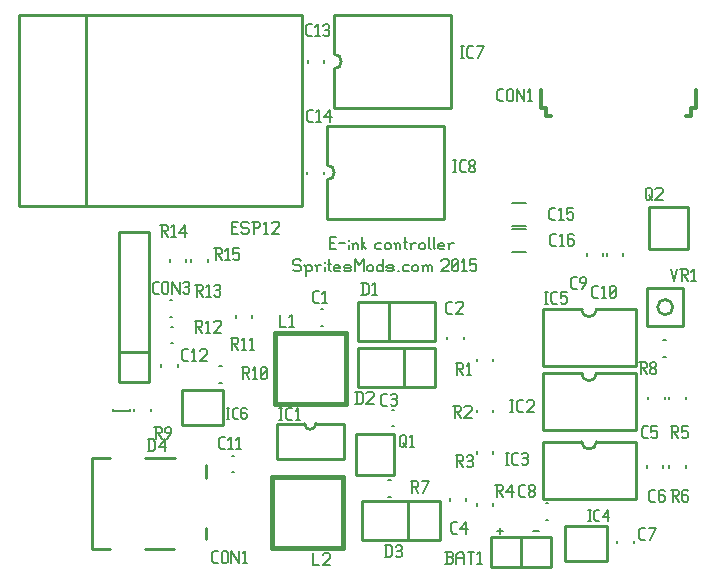
<source format=gbr>
G04 start of page 8 for group -4079 idx -4079 *
G04 Title: (unknown), topsilk *
G04 Creator: pcb 20140316 *
G04 CreationDate: Sun 15 Feb 2015 03:48:22 PM GMT UTC *
G04 For: jeroen *
G04 Format: Gerber/RS-274X *
G04 PCB-Dimensions (mil): 6000.00 5000.00 *
G04 PCB-Coordinate-Origin: lower left *
%MOIN*%
%FSLAX25Y25*%
%LNTOPSILK*%
%ADD73C,0.0150*%
%ADD72C,0.0080*%
%ADD71C,0.0118*%
%ADD70C,0.0100*%
%ADD69C,0.0060*%
G54D69*X260433Y121019D02*X261933D01*
X260433Y118819D02*X262433D01*
X260433Y122819D02*Y118819D01*
Y122819D02*X262433D01*
X263633Y120819D02*X265633D01*
X266833Y121819D02*Y121719D01*
Y120319D02*Y118819D01*
X268333Y120319D02*Y118819D01*
Y120319D02*X268833Y120819D01*
X269333D01*
X269833Y120319D01*
Y118819D01*
X267833Y120819D02*X268333Y120319D01*
X271033Y122819D02*Y118819D01*
Y120319D02*X272533Y118819D01*
X271033Y120319D02*X272033Y121319D01*
X276033Y120819D02*X277533D01*
X275533Y120319D02*X276033Y120819D01*
X275533Y120319D02*Y119319D01*
X276033Y118819D01*
X277533D01*
X278733Y120319D02*Y119319D01*
Y120319D02*X279233Y120819D01*
X280233D01*
X280733Y120319D01*
Y119319D01*
X280233Y118819D02*X280733Y119319D01*
X279233Y118819D02*X280233D01*
X278733Y119319D02*X279233Y118819D01*
X282433Y120319D02*Y118819D01*
Y120319D02*X282933Y120819D01*
X283433D01*
X283933Y120319D01*
Y118819D01*
X281933Y120819D02*X282433Y120319D01*
X285633Y122819D02*Y119319D01*
X286133Y118819D01*
X285133Y121319D02*X286133D01*
X287633Y120319D02*Y118819D01*
Y120319D02*X288133Y120819D01*
X289133D01*
X287133D02*X287633Y120319D01*
X290333D02*Y119319D01*
Y120319D02*X290833Y120819D01*
X291833D01*
X292333Y120319D01*
Y119319D01*
X291833Y118819D02*X292333Y119319D01*
X290833Y118819D02*X291833D01*
X290333Y119319D02*X290833Y118819D01*
X293533Y122819D02*Y119319D01*
X294033Y118819D01*
X295033Y122819D02*Y119319D01*
X295533Y118819D01*
X297033D02*X298533D01*
X296533Y119319D02*X297033Y118819D01*
X296533Y120319D02*Y119319D01*
Y120319D02*X297033Y120819D01*
X298033D01*
X298533Y120319D01*
X296533Y119819D02*X298533D01*
Y120319D02*Y119819D01*
X300233Y120319D02*Y118819D01*
Y120319D02*X300733Y120819D01*
X301733D01*
X299733D02*X300233Y120319D01*
X250228Y115535D02*X250728Y115035D01*
X248728Y115535D02*X250228D01*
X248228Y115035D02*X248728Y115535D01*
X248228Y115035D02*Y114035D01*
X248728Y113535D01*
X250228D01*
X250728Y113035D01*
Y112035D01*
X250228Y111535D02*X250728Y112035D01*
X248728Y111535D02*X250228D01*
X248228Y112035D02*X248728Y111535D01*
X252428Y113035D02*Y110035D01*
X251928Y113535D02*X252428Y113035D01*
X252928Y113535D01*
X253928D01*
X254428Y113035D01*
Y112035D01*
X253928Y111535D02*X254428Y112035D01*
X252928Y111535D02*X253928D01*
X252428Y112035D02*X252928Y111535D01*
X256128Y113035D02*Y111535D01*
Y113035D02*X256628Y113535D01*
X257628D01*
X255628D02*X256128Y113035D01*
X258828Y114535D02*Y114435D01*
Y113035D02*Y111535D01*
X260328Y115535D02*Y112035D01*
X260828Y111535D01*
X259828Y114035D02*X260828D01*
X262328Y111535D02*X263828D01*
X261828Y112035D02*X262328Y111535D01*
X261828Y113035D02*Y112035D01*
Y113035D02*X262328Y113535D01*
X263328D01*
X263828Y113035D01*
X261828Y112535D02*X263828D01*
Y113035D02*Y112535D01*
X265528Y111535D02*X267028D01*
X267528Y112035D01*
X267028Y112535D02*X267528Y112035D01*
X265528Y112535D02*X267028D01*
X265028Y113035D02*X265528Y112535D01*
X265028Y113035D02*X265528Y113535D01*
X267028D01*
X267528Y113035D01*
X265028Y112035D02*X265528Y111535D01*
X268728Y115535D02*Y111535D01*
Y115535D02*X270228Y113535D01*
X271728Y115535D01*
Y111535D01*
X272928Y113035D02*Y112035D01*
Y113035D02*X273428Y113535D01*
X274428D01*
X274928Y113035D01*
Y112035D01*
X274428Y111535D02*X274928Y112035D01*
X273428Y111535D02*X274428D01*
X272928Y112035D02*X273428Y111535D01*
X278128Y115535D02*Y111535D01*
X277628D02*X278128Y112035D01*
X276628Y111535D02*X277628D01*
X276128Y112035D02*X276628Y111535D01*
X276128Y113035D02*Y112035D01*
Y113035D02*X276628Y113535D01*
X277628D01*
X278128Y113035D01*
X279828Y111535D02*X281328D01*
X281828Y112035D01*
X281328Y112535D02*X281828Y112035D01*
X279828Y112535D02*X281328D01*
X279328Y113035D02*X279828Y112535D01*
X279328Y113035D02*X279828Y113535D01*
X281328D01*
X281828Y113035D01*
X279328Y112035D02*X279828Y111535D01*
X283028D02*X283528D01*
X285228Y113535D02*X286728D01*
X284728Y113035D02*X285228Y113535D01*
X284728Y113035D02*Y112035D01*
X285228Y111535D01*
X286728D01*
X287928Y113035D02*Y112035D01*
Y113035D02*X288428Y113535D01*
X289428D01*
X289928Y113035D01*
Y112035D01*
X289428Y111535D02*X289928Y112035D01*
X288428Y111535D02*X289428D01*
X287928Y112035D02*X288428Y111535D01*
X291628Y113035D02*Y111535D01*
Y113035D02*X292128Y113535D01*
X292628D01*
X293128Y113035D01*
Y111535D01*
Y113035D02*X293628Y113535D01*
X294128D01*
X294628Y113035D01*
Y111535D01*
X291128Y113535D02*X291628Y113035D01*
X297628Y115035D02*X298128Y115535D01*
X299628D01*
X300128Y115035D01*
Y114035D01*
X297628Y111535D02*X300128Y114035D01*
X297628Y111535D02*X300128D01*
X301328Y112035D02*X301828Y111535D01*
X301328Y115035D02*Y112035D01*
Y115035D02*X301828Y115535D01*
X302828D01*
X303328Y115035D01*
Y112035D01*
X302828Y111535D02*X303328Y112035D01*
X301828Y111535D02*X302828D01*
X301328Y112535D02*X303328Y114535D01*
X304528Y114735D02*X305328Y115535D01*
Y111535D01*
X304528D02*X306028D01*
X307228Y115535D02*X309228D01*
X307228D02*Y113535D01*
X307728Y114035D01*
X308728D01*
X309228Y113535D01*
Y112035D01*
X308728Y111535D02*X309228Y112035D01*
X307728Y111535D02*X308728D01*
X307228Y112035D02*X307728Y111535D01*
X316339Y24953D02*X318339D01*
X317339Y25953D02*Y23953D01*
X328150Y24953D02*X330150D01*
G54D70*X366988Y133047D02*Y119147D01*
X379788D01*
Y133047D01*
X366988D01*
G54D71*X382677Y165945D02*Y171850D01*
X380709Y165945D02*X382677D01*
X380709Y163189D02*Y165945D01*
X379134Y163189D02*X380709D01*
X330709Y165945D02*Y171850D01*
Y165945D02*X332677D01*
Y163189D02*Y165945D01*
Y163189D02*X334252D01*
G54D72*X356301Y21652D02*Y20866D01*
X361811Y21652D02*Y20866D01*
X371653Y46850D02*Y46064D01*
X366143Y46850D02*Y46064D01*
X379133Y46850D02*Y46064D01*
X373623Y46850D02*Y46064D01*
G54D70*X331350Y54776D02*Y35776D01*
X362350D01*
Y54776D01*
X331350D02*X344350D01*
X362350D02*X349350D01*
X344350D02*G75*G03X349350Y54776I2500J0D01*G01*
X339000Y14929D02*X352900D01*
Y26729D02*Y14929D01*
X339000Y26729D02*X352900D01*
X339000D02*Y14929D01*
X331350Y98870D02*Y79870D01*
X362350D01*
Y98870D01*
X331350D02*X344350D01*
X362350D02*X349350D01*
X344350D02*G75*G03X349350Y98870I2500J0D01*G01*
X366142Y105906D02*X378346D01*
Y93307D01*
X366142D01*
Y105906D01*
X372244Y102165D02*G75*G03X369685Y99606I0J-2559D01*G01*
G75*G03X372244Y97047I2559J0D01*G01*
G75*G03X374803Y99606I0J2559D01*G01*
G75*G03X372244Y102165I-2559J0D01*G01*
G54D72*X371654Y88582D02*X372440D01*
X371654Y83072D02*X372440D01*
X372046Y69684D02*Y68898D01*
X366536Y69684D02*Y68898D01*
X379133Y69684D02*Y68898D01*
X373623Y69684D02*Y68898D01*
G54D70*X331350Y77610D02*Y58610D01*
X362350D01*
Y77610D01*
X331350D02*X344350D01*
X362350D02*X349350D01*
X344350D02*G75*G03X349350Y77610I2500J0D01*G01*
G54D72*X352757Y117519D02*Y116733D01*
X358267Y117519D02*Y116733D01*
X346065Y117519D02*Y116733D01*
X351575Y117519D02*Y116733D01*
X321260Y134252D02*X325984D01*
X321260Y126772D02*X325984D01*
X321260Y125590D02*X325984D01*
X321260Y118110D02*X325984D01*
G54D70*X156693Y133267D02*X251181D01*
Y197047D02*Y133267D01*
X156693Y197047D02*Y133267D01*
Y197047D02*X251181D01*
X179134D02*Y133267D01*
X200276Y124685D02*Y74685D01*
X190276Y124685D02*X200276D01*
X190276D02*Y74685D01*
X200276D01*
X190276Y84685D02*X200276D01*
X190276D02*Y74685D01*
G54D72*X229135Y96849D02*Y96063D01*
X234645Y96849D02*Y96063D01*
X207088Y101968D02*X207874D01*
X207088Y96458D02*X207874D01*
X207481Y93109D02*X208267D01*
X207481Y87599D02*X208267D01*
X207088Y115551D02*Y114765D01*
X212598Y115551D02*Y114765D01*
X214175Y115551D02*Y114765D01*
X219685Y115551D02*Y114765D01*
X204332Y80511D02*Y79725D01*
X209842Y80511D02*Y79725D01*
G54D70*X259437Y128988D02*X298437D01*
Y159988D02*Y128988D01*
X259437Y159988D02*X298437D01*
X259437Y141988D02*Y128988D01*
Y159988D02*Y146988D01*
Y141988D02*G75*G03X259437Y146988I0J2500D01*G01*
G54D72*X253151Y181889D02*Y181103D01*
X258661Y181889D02*Y181103D01*
G54D70*X261799Y165996D02*X300799D01*
Y196996D02*Y165996D01*
X261799Y196996D02*X300799D01*
X261799Y178996D02*Y165996D01*
Y196996D02*Y183996D01*
Y178996D02*G75*G03X261799Y183996I0J2500D01*G01*
G54D72*X252954Y144685D02*Y143899D01*
X258464Y144685D02*Y143899D01*
X223623Y79920D02*X224409D01*
X223623Y74410D02*X224409D01*
G54D70*X211047Y60205D02*X224947D01*
Y72005D02*Y60205D01*
X211047Y72005D02*X224947D01*
X211047D02*Y60205D01*
G54D72*X188191Y65747D02*Y64961D01*
Y64960D02*X193700D01*
X193701Y65747D02*Y64961D01*
X200786Y65748D02*Y64962D01*
X195276Y65748D02*Y64962D01*
X227757Y49999D02*X228543D01*
X227757Y44489D02*X228543D01*
G54D70*X219291Y47047D02*Y42717D01*
Y25984D02*Y22441D01*
X198819Y19094D02*X208465D01*
X181299Y49409D02*X187205D01*
X181299Y19094D02*X187205D01*
X198819Y49409D02*X208858D01*
X181299D02*Y19094D01*
G54D72*X314960Y34251D02*Y33465D01*
X309450Y34251D02*Y33465D01*
X332481Y34251D02*X333267D01*
X332481Y28741D02*X333267D01*
G54D70*X314134Y13110D02*X334134D01*
Y23110D01*
X314134D02*X334134D01*
X314134Y13110D02*Y23110D01*
X324134Y13110D02*Y23110D01*
X314134D02*X324134D01*
G54D72*X305905Y35826D02*Y35040D01*
X300395Y35826D02*Y35040D01*
X314960Y65354D02*Y64568D01*
X309450Y65354D02*Y64568D01*
X314960Y82283D02*Y81497D01*
X309450Y82283D02*Y81497D01*
X314960Y51574D02*Y50788D01*
X309450Y51574D02*Y50788D01*
X305101Y89755D02*Y88969D01*
X299591Y89755D02*Y88969D01*
G54D70*X269685Y85827D02*Y72835D01*
Y85827D02*X295669D01*
X285039D02*Y72835D01*
X295669Y85827D02*Y72835D01*
X269685D01*
G54D72*X281103Y65353D02*X281889D01*
X281103Y59843D02*X281889D01*
G54D70*X295669Y101181D02*Y88189D01*
X269685D02*X295669D01*
X280315Y101181D02*Y88189D01*
X269685Y101181D02*Y88189D01*
Y101181D02*X295669D01*
G54D72*X257481Y98818D02*X258267D01*
X257481Y93308D02*X258267D01*
G54D70*X269154Y57457D02*Y43557D01*
X281954D01*
Y57457D01*
X269154D01*
G54D73*X242126Y90945D02*X265748D01*
Y67323D01*
X242126D01*
Y90945D02*Y67323D01*
G54D70*X242816Y60758D02*X252016D01*
X255816D02*X265116D01*
Y48958D01*
X242816D01*
Y60758D01*
X252016D02*G75*G03X255816Y60758I1900J0D01*G01*
X271260Y35039D02*Y22047D01*
Y35039D02*X297244D01*
X286614D02*Y22047D01*
X297244Y35039D02*Y22047D01*
X271260D01*
G54D73*X241339Y42913D02*X264961D01*
Y19291D01*
X241339D01*
Y42913D02*Y19291D01*
G54D72*X279922Y41928D02*X280708D01*
X279922Y36418D02*X280708D01*
G54D69*X365772Y138950D02*Y135950D01*
Y138950D02*X366272Y139450D01*
X367272D01*
X367772Y138950D01*
Y136450D01*
X366772Y135450D02*X367772Y136450D01*
X366272Y135450D02*X366772D01*
X365772Y135950D02*X366272Y135450D01*
X366772Y136950D02*X367772Y135450D01*
X368972Y138950D02*X369472Y139450D01*
X370972D01*
X371472Y138950D01*
Y137950D01*
X368972Y135450D02*X371472Y137950D01*
X368972Y135450D02*X371472D01*
X374016Y112189D02*X375016Y108189D01*
X376016Y112189D01*
X377216D02*X379216D01*
X379716Y111689D01*
Y110689D01*
X379216Y110189D02*X379716Y110689D01*
X377716Y110189D02*X379216D01*
X377716Y112189D02*Y108189D01*
X378516Y110189D02*X379716Y108189D01*
X380916Y111389D02*X381716Y112189D01*
Y108189D01*
X380916D02*X382416D01*
X317039Y168228D02*X318339D01*
X316339Y168928D02*X317039Y168228D01*
X316339Y171528D02*Y168928D01*
Y171528D02*X317039Y172228D01*
X318339D01*
X319539Y171728D02*Y168728D01*
Y171728D02*X320039Y172228D01*
X321039D01*
X321539Y171728D01*
Y168728D01*
X321039Y168228D02*X321539Y168728D01*
X320039Y168228D02*X321039D01*
X319539Y168728D02*X320039Y168228D01*
X322739Y172228D02*Y168228D01*
Y172228D02*X325239Y168228D01*
Y172228D02*Y168228D01*
X326439Y171428D02*X327239Y172228D01*
Y168228D01*
X326439D02*X327939D01*
X301543Y148504D02*X302543D01*
X302043D02*Y144504D01*
X301543D02*X302543D01*
X304443D02*X305743D01*
X303743Y145204D02*X304443Y144504D01*
X303743Y147804D02*Y145204D01*
Y147804D02*X304443Y148504D01*
X305743D01*
X306943Y145004D02*X307443Y144504D01*
X306943Y145804D02*Y145004D01*
Y145804D02*X307643Y146504D01*
X308243D01*
X308943Y145804D01*
Y145004D01*
X308443Y144504D02*X308943Y145004D01*
X307443Y144504D02*X308443D01*
X306943Y147204D02*X307643Y146504D01*
X306943Y148004D02*Y147204D01*
Y148004D02*X307443Y148504D01*
X308443D01*
X308943Y148004D01*
Y147204D01*
X308243Y146504D02*X308943Y147204D01*
X304102Y186496D02*X305102D01*
X304602D02*Y182496D01*
X304102D02*X305102D01*
X307002D02*X308302D01*
X306302Y183196D02*X307002Y182496D01*
X306302Y185796D02*Y183196D01*
Y185796D02*X307002Y186496D01*
X308302D01*
X310002Y182496D02*X312002Y186496D01*
X309502D02*X312002D01*
X334558Y120000D02*X335858D01*
X333858Y120700D02*X334558Y120000D01*
X333858Y123300D02*Y120700D01*
Y123300D02*X334558Y124000D01*
X335858D01*
X337058Y123200D02*X337858Y124000D01*
Y120000D01*
X337058D02*X338558D01*
X341258Y124000D02*X341758Y123500D01*
X340258Y124000D02*X341258D01*
X339758Y123500D02*X340258Y124000D01*
X339758Y123500D02*Y120500D01*
X340258Y120000D01*
X341258Y122200D02*X341758Y121700D01*
X339758Y122200D02*X341258D01*
X340258Y120000D02*X341258D01*
X341758Y120500D01*
Y121700D02*Y120500D01*
X231102Y79512D02*X233102D01*
X233602Y79012D01*
Y78012D01*
X233102Y77512D02*X233602Y78012D01*
X231602Y77512D02*X233102D01*
X231602Y79512D02*Y75512D01*
X232402Y77512D02*X233602Y75512D01*
X234802Y78712D02*X235602Y79512D01*
Y75512D01*
X234802D02*X236302D01*
X237502Y76012D02*X238002Y75512D01*
X237502Y79012D02*Y76012D01*
Y79012D02*X238002Y79512D01*
X239002D01*
X239502Y79012D01*
Y76012D01*
X239002Y75512D02*X239502Y76012D01*
X238002Y75512D02*X239002D01*
X237502Y76512D02*X239502Y78512D01*
X226102Y66040D02*X226992D01*
X226547D02*Y62480D01*
X226102D02*X226992D01*
X228683D02*X229840D01*
X228060Y63103D02*X228683Y62480D01*
X228060Y65417D02*Y63103D01*
Y65417D02*X228683Y66040D01*
X229840D01*
X232243D02*X232688Y65595D01*
X231353Y66040D02*X232243D01*
X230908Y65595D02*X231353Y66040D01*
X230908Y65595D02*Y62925D01*
X231353Y62480D01*
X232243Y64438D02*X232688Y63993D01*
X230908Y64438D02*X232243D01*
X231353Y62480D02*X232243D01*
X232688Y62925D01*
Y63993D02*Y62925D01*
X227756Y126334D02*X229256D01*
X227756Y124134D02*X229756D01*
X227756Y128134D02*Y124134D01*
Y128134D02*X229756D01*
X232956D02*X233456Y127634D01*
X231456Y128134D02*X232956D01*
X230956Y127634D02*X231456Y128134D01*
X230956Y127634D02*Y126634D01*
X231456Y126134D01*
X232956D01*
X233456Y125634D01*
Y124634D01*
X232956Y124134D02*X233456Y124634D01*
X231456Y124134D02*X232956D01*
X230956Y124634D02*X231456Y124134D01*
X235156Y128134D02*Y124134D01*
X234656Y128134D02*X236656D01*
X237156Y127634D01*
Y126634D01*
X236656Y126134D02*X237156Y126634D01*
X235156Y126134D02*X236656D01*
X238356Y127334D02*X239156Y128134D01*
Y124134D01*
X238356D02*X239856D01*
X241056Y127634D02*X241556Y128134D01*
X243056D01*
X243556Y127634D01*
Y126634D01*
X241056Y124134D02*X243556Y126634D01*
X241056Y124134D02*X243556D01*
X227362Y89355D02*X229362D01*
X229862Y88855D01*
Y87855D01*
X229362Y87355D02*X229862Y87855D01*
X227862Y87355D02*X229362D01*
X227862Y89355D02*Y85355D01*
X228662Y87355D02*X229862Y85355D01*
X231062Y88555D02*X231862Y89355D01*
Y85355D01*
X231062D02*X232562D01*
X233762Y88555D02*X234562Y89355D01*
Y85355D01*
X233762D02*X235262D01*
X221960Y14291D02*X223260D01*
X221260Y14991D02*X221960Y14291D01*
X221260Y17591D02*Y14991D01*
Y17591D02*X221960Y18291D01*
X223260D01*
X224460Y17791D02*Y14791D01*
Y17791D02*X224960Y18291D01*
X225960D01*
X226460Y17791D01*
Y14791D01*
X225960Y14291D02*X226460Y14791D01*
X224960Y14291D02*X225960D01*
X224460Y14791D02*X224960Y14291D01*
X227660Y18291D02*Y14291D01*
Y18291D02*X230160Y14291D01*
Y18291D02*Y14291D01*
X231360Y17491D02*X232160Y18291D01*
Y14291D01*
X231360D02*X232860D01*
X243701Y97031D02*Y93031D01*
X245701D01*
X246901Y96231D02*X247701Y97031D01*
Y93031D01*
X246901D02*X248401D01*
X215354Y95063D02*X217354D01*
X217854Y94563D01*
Y93563D01*
X217354Y93063D02*X217854Y93563D01*
X215854Y93063D02*X217354D01*
X215854Y95063D02*Y91063D01*
X216654Y93063D02*X217854Y91063D01*
X219054Y94263D02*X219854Y95063D01*
Y91063D01*
X219054D02*X220554D01*
X221754Y94563D02*X222254Y95063D01*
X223754D01*
X224254Y94563D01*
Y93563D01*
X221754Y91063D02*X224254Y93563D01*
X221754Y91063D02*X224254D01*
X211920Y81615D02*X213220D01*
X211220Y82315D02*X211920Y81615D01*
X211220Y84915D02*Y82315D01*
Y84915D02*X211920Y85615D01*
X213220D01*
X214420Y84815D02*X215220Y85615D01*
Y81615D01*
X214420D02*X215920D01*
X217120Y85115D02*X217620Y85615D01*
X219120D01*
X219620Y85115D01*
Y84115D01*
X217120Y81615D02*X219620Y84115D01*
X217120Y81615D02*X219620D01*
X255424Y100906D02*X256724D01*
X254724Y101606D02*X255424Y100906D01*
X254724Y104206D02*Y101606D01*
Y104206D02*X255424Y104906D01*
X256724D01*
X257924Y104106D02*X258724Y104906D01*
Y100906D01*
X257924D02*X259424D01*
X243667Y65939D02*X244667D01*
X244167D02*Y61939D01*
X243667D02*X244667D01*
X246567D02*X247867D01*
X245867Y62639D02*X246567Y61939D01*
X245867Y65239D02*Y62639D01*
Y65239D02*X246567Y65939D01*
X247867D01*
X249067Y65139D02*X249867Y65939D01*
Y61939D01*
X249067D02*X250567D01*
X224125Y52284D02*X225425D01*
X223425Y52984D02*X224125Y52284D01*
X223425Y55584D02*Y52984D01*
Y55584D02*X224125Y56284D01*
X225425D01*
X226625Y55484D02*X227425Y56284D01*
Y52284D01*
X226625D02*X228125D01*
X229325Y55484D02*X230125Y56284D01*
Y52284D01*
X229325D02*X230825D01*
X200303Y55497D02*Y51497D01*
X201603Y55497D02*X202303Y54797D01*
Y52197D01*
X201603Y51497D02*X202303Y52197D01*
X199803Y51497D02*X201603D01*
X199803Y55497D02*X201603D01*
X203503Y52997D02*X205503Y55497D01*
X203503Y52997D02*X206003D01*
X205503Y55497D02*Y51497D01*
X201968Y59631D02*X203968D01*
X204468Y59131D01*
Y58131D01*
X203968Y57631D02*X204468Y58131D01*
X202468Y57631D02*X203968D01*
X202468Y59631D02*Y55631D01*
X203268Y57631D02*X204468Y55631D01*
X206168D02*X207668Y57631D01*
Y59131D02*Y57631D01*
X207168Y59631D02*X207668Y59131D01*
X206168Y59631D02*X207168D01*
X205668Y59131D02*X206168Y59631D01*
X205668Y59131D02*Y58131D01*
X206168Y57631D01*
X207668D01*
X202157Y104031D02*X203457D01*
X201457Y104731D02*X202157Y104031D01*
X201457Y107331D02*Y104731D01*
Y107331D02*X202157Y108031D01*
X203457D01*
X204657Y107531D02*Y104531D01*
Y107531D02*X205157Y108031D01*
X206157D01*
X206657Y107531D01*
Y104531D01*
X206157Y104031D02*X206657Y104531D01*
X205157Y104031D02*X206157D01*
X204657Y104531D02*X205157Y104031D01*
X207857Y108031D02*Y104031D01*
Y108031D02*X210357Y104031D01*
Y108031D02*Y104031D01*
X211557Y107531D02*X212057Y108031D01*
X213057D01*
X213557Y107531D01*
X213057Y104031D02*X213557Y104531D01*
X212057Y104031D02*X213057D01*
X211557Y104531D02*X212057Y104031D01*
Y106231D02*X213057D01*
X213557Y107531D02*Y106731D01*
Y105731D02*Y104531D01*
Y105731D02*X213057Y106231D01*
X213557Y106731D02*X213057Y106231D01*
X215551Y107071D02*X217551D01*
X218051Y106571D01*
Y105571D01*
X217551Y105071D02*X218051Y105571D01*
X216051Y105071D02*X217551D01*
X216051Y107071D02*Y103071D01*
X216851Y105071D02*X218051Y103071D01*
X219251Y106271D02*X220051Y107071D01*
Y103071D01*
X219251D02*X220751D01*
X221951Y106571D02*X222451Y107071D01*
X223451D01*
X223951Y106571D01*
X223451Y103071D02*X223951Y103571D01*
X222451Y103071D02*X223451D01*
X221951Y103571D02*X222451Y103071D01*
Y105271D02*X223451D01*
X223951Y106571D02*Y105771D01*
Y104771D02*Y103571D01*
Y104771D02*X223451Y105271D01*
X223951Y105771D02*X223451Y105271D01*
X203936Y126953D02*X205936D01*
X206436Y126453D01*
Y125453D01*
X205936Y124953D02*X206436Y125453D01*
X204436Y124953D02*X205936D01*
X204436Y126953D02*Y122953D01*
X205236Y124953D02*X206436Y122953D01*
X207636Y126153D02*X208436Y126953D01*
Y122953D01*
X207636D02*X209136D01*
X210336Y124453D02*X212336Y126953D01*
X210336Y124453D02*X212836D01*
X212336Y126953D02*Y122953D01*
X221849Y119276D02*X223849D01*
X224349Y118776D01*
Y117776D01*
X223849Y117276D02*X224349Y117776D01*
X222349Y117276D02*X223849D01*
X222349Y119276D02*Y115276D01*
X223149Y117276D02*X224349Y115276D01*
X225549Y118476D02*X226349Y119276D01*
Y115276D01*
X225549D02*X227049D01*
X228249Y119276D02*X230249D01*
X228249D02*Y117276D01*
X228749Y117776D01*
X229749D01*
X230249Y117276D01*
Y115776D01*
X229749Y115276D02*X230249Y115776D01*
X228749Y115276D02*X229749D01*
X228249Y115776D02*X228749Y115276D01*
X253061Y189882D02*X254361D01*
X252361Y190582D02*X253061Y189882D01*
X252361Y193182D02*Y190582D01*
Y193182D02*X253061Y193882D01*
X254361D01*
X255561Y193082D02*X256361Y193882D01*
Y189882D01*
X255561D02*X257061D01*
X258261Y193382D02*X258761Y193882D01*
X259761D01*
X260261Y193382D01*
X259761Y189882D02*X260261Y190382D01*
X258761Y189882D02*X259761D01*
X258261Y190382D02*X258761Y189882D01*
Y192082D02*X259761D01*
X260261Y193382D02*Y192582D01*
Y191582D02*Y190382D01*
Y191582D02*X259761Y192082D01*
X260261Y192582D02*X259761Y192082D01*
X253455Y161339D02*X254755D01*
X252755Y162039D02*X253455Y161339D01*
X252755Y164639D02*Y162039D01*
Y164639D02*X253455Y165339D01*
X254755D01*
X255955Y164539D02*X256755Y165339D01*
Y161339D01*
X255955D02*X257455D01*
X258655Y162839D02*X260655Y165339D01*
X258655Y162839D02*X261155D01*
X260655Y165339D02*Y161339D01*
X315551Y40339D02*X317551D01*
X318051Y39839D01*
Y38839D01*
X317551Y38339D02*X318051Y38839D01*
X316051Y38339D02*X317551D01*
X316051Y40339D02*Y36339D01*
X316851Y38339D02*X318051Y36339D01*
X319251Y37839D02*X321251Y40339D01*
X319251Y37839D02*X321751D01*
X321251Y40339D02*Y36339D01*
X279240Y20260D02*Y16260D01*
X280540Y20260D02*X281240Y19560D01*
Y16960D01*
X280540Y16260D02*X281240Y16960D01*
X278740Y16260D02*X280540D01*
X278740Y20260D02*X280540D01*
X282440Y19760D02*X282940Y20260D01*
X283940D01*
X284440Y19760D01*
X283940Y16260D02*X284440Y16760D01*
X282940Y16260D02*X283940D01*
X282440Y16760D02*X282940Y16260D01*
Y18460D02*X283940D01*
X284440Y19760D02*Y18960D01*
Y17960D02*Y16760D01*
Y17960D02*X283940Y18460D01*
X284440Y18960D02*X283940Y18460D01*
X298976Y14071D02*X300976D01*
X301476Y14571D01*
Y15771D02*Y14571D01*
X300976Y16271D02*X301476Y15771D01*
X299476Y16271D02*X300976D01*
X299476Y18071D02*Y14071D01*
X298976Y18071D02*X300976D01*
X301476Y17571D01*
Y16771D01*
X300976Y16271D02*X301476Y16771D01*
X302676Y17071D02*Y14071D01*
Y17071D02*X303376Y18071D01*
X304476D01*
X305176Y17071D01*
Y14071D01*
X302676Y16071D02*X305176D01*
X306376Y18071D02*X308376D01*
X307376D02*Y14071D01*
X309576Y17271D02*X310376Y18071D01*
Y14071D01*
X309576D02*X311076D01*
X301487Y24134D02*X302787D01*
X300787Y24834D02*X301487Y24134D01*
X300787Y27434D02*Y24834D01*
Y27434D02*X301487Y28134D01*
X302787D01*
X303987Y25634D02*X305987Y28134D01*
X303987Y25634D02*X306487D01*
X305987Y28134D02*Y24134D01*
X287401Y41520D02*X289401D01*
X289901Y41020D01*
Y40020D01*
X289401Y39520D02*X289901Y40020D01*
X287901Y39520D02*X289401D01*
X287901Y41520D02*Y37520D01*
X288701Y39520D02*X289901Y37520D01*
X291601D02*X293601Y41520D01*
X291101D02*X293601D01*
X324322Y36339D02*X325622D01*
X323622Y37039D02*X324322Y36339D01*
X323622Y39639D02*Y37039D01*
Y39639D02*X324322Y40339D01*
X325622D01*
X326822Y36839D02*X327322Y36339D01*
X326822Y37639D02*Y36839D01*
Y37639D02*X327522Y38339D01*
X328122D01*
X328822Y37639D01*
Y36839D01*
X328322Y36339D02*X328822Y36839D01*
X327322Y36339D02*X328322D01*
X326822Y39039D02*X327522Y38339D01*
X326822Y39839D02*Y39039D01*
Y39839D02*X327322Y40339D01*
X328322D01*
X328822Y39839D01*
Y39039D01*
X328122Y38339D02*X328822Y39039D01*
X319063Y51063D02*X320063D01*
X319563D02*Y47063D01*
X319063D02*X320063D01*
X321963D02*X323263D01*
X321263Y47763D02*X321963Y47063D01*
X321263Y50363D02*Y47763D01*
Y50363D02*X321963Y51063D01*
X323263D01*
X324463Y50563D02*X324963Y51063D01*
X325963D01*
X326463Y50563D01*
X325963Y47063D02*X326463Y47563D01*
X324963Y47063D02*X325963D01*
X324463Y47563D02*X324963Y47063D01*
Y49263D02*X325963D01*
X326463Y50563D02*Y49763D01*
Y48763D02*Y47563D01*
Y48763D02*X325963Y49263D01*
X326463Y49763D02*X325963Y49263D01*
X302362Y50181D02*X304362D01*
X304862Y49681D01*
Y48681D01*
X304362Y48181D02*X304862Y48681D01*
X302862Y48181D02*X304362D01*
X302862Y50181D02*Y46181D01*
X303662Y48181D02*X304862Y46181D01*
X306062Y49681D02*X306562Y50181D01*
X307562D01*
X308062Y49681D01*
X307562Y46181D02*X308062Y46681D01*
X306562Y46181D02*X307562D01*
X306062Y46681D02*X306562Y46181D01*
Y48381D02*X307562D01*
X308062Y49681D02*Y48881D01*
Y47881D02*Y46681D01*
Y47881D02*X307562Y48381D01*
X308062Y48881D02*X307562Y48381D01*
X301574Y66717D02*X303574D01*
X304074Y66217D01*
Y65217D01*
X303574Y64717D02*X304074Y65217D01*
X302074Y64717D02*X303574D01*
X302074Y66717D02*Y62717D01*
X302874Y64717D02*X304074Y62717D01*
X305274Y66217D02*X305774Y66717D01*
X307274D01*
X307774Y66217D01*
Y65217D01*
X305274Y62717D02*X307774Y65217D01*
X305274Y62717D02*X307774D01*
X302362Y80890D02*X304362D01*
X304862Y80390D01*
Y79390D01*
X304362Y78890D02*X304862Y79390D01*
X302862Y78890D02*X304362D01*
X302862Y80890D02*Y76890D01*
X303662Y78890D02*X304862Y76890D01*
X306062Y80090D02*X306862Y80890D01*
Y76890D01*
X306062D02*X307562D01*
X320638Y68583D02*X321638D01*
X321138D02*Y64583D01*
X320638D02*X321638D01*
X323538D02*X324838D01*
X322838Y65283D02*X323538Y64583D01*
X322838Y67883D02*Y65283D01*
Y67883D02*X323538Y68583D01*
X324838D01*
X326038Y68083D02*X326538Y68583D01*
X328038D01*
X328538Y68083D01*
Y67083D01*
X326038Y64583D02*X328538Y67083D01*
X326038Y64583D02*X328538D01*
X269398Y71441D02*Y67441D01*
X270698Y71441D02*X271398Y70741D01*
Y68141D01*
X270698Y67441D02*X271398Y68141D01*
X268898Y67441D02*X270698D01*
X268898Y71441D02*X270698D01*
X272598Y70941D02*X273098Y71441D01*
X274598D01*
X275098Y70941D01*
Y69941D01*
X272598Y67441D02*X275098Y69941D01*
X272598Y67441D02*X275098D01*
X283882Y56469D02*Y53469D01*
Y56469D02*X284382Y56969D01*
X285382D01*
X285882Y56469D01*
Y53969D01*
X284882Y52969D02*X285882Y53969D01*
X284382Y52969D02*X284882D01*
X283882Y53469D02*X284382Y52969D01*
X284882Y54469D02*X285882Y52969D01*
X287082Y56169D02*X287882Y56969D01*
Y52969D01*
X287082D02*X288582D01*
X299920Y97347D02*X301220D01*
X299220Y98047D02*X299920Y97347D01*
X299220Y100647D02*Y98047D01*
Y100647D02*X299920Y101347D01*
X301220D01*
X302420Y100847D02*X302920Y101347D01*
X304420D01*
X304920Y100847D01*
Y99847D01*
X302420Y97347D02*X304920Y99847D01*
X302420Y97347D02*X304920D01*
X278259Y66654D02*X279559D01*
X277559Y67354D02*X278259Y66654D01*
X277559Y69954D02*Y67354D01*
Y69954D02*X278259Y70654D01*
X279559D01*
X280759Y70154D02*X281259Y70654D01*
X282259D01*
X282759Y70154D01*
X282259Y66654D02*X282759Y67154D01*
X281259Y66654D02*X282259D01*
X280759Y67154D02*X281259Y66654D01*
Y68854D02*X282259D01*
X282759Y70154D02*Y69354D01*
Y68354D02*Y67154D01*
Y68354D02*X282259Y68854D01*
X282759Y69354D02*X282259Y68854D01*
X271366Y107661D02*Y103661D01*
X272666Y107661D02*X273366Y106961D01*
Y104361D01*
X272666Y103661D02*X273366Y104361D01*
X270866Y103661D02*X272666D01*
X270866Y107661D02*X272666D01*
X274566Y106861D02*X275366Y107661D01*
Y103661D01*
X274566D02*X276066D01*
X254921Y17504D02*Y13504D01*
X256921D01*
X258121Y17004D02*X258621Y17504D01*
X260121D01*
X260621Y17004D01*
Y16004D01*
X258121Y13504D02*X260621Y16004D01*
X258121Y13504D02*X260621D01*
X364282Y21969D02*X365582D01*
X363582Y22669D02*X364282Y21969D01*
X363582Y25269D02*Y22669D01*
Y25269D02*X364282Y25969D01*
X365582D01*
X367282Y21969D02*X369282Y25969D01*
X366782D02*X369282D01*
X367629Y34765D02*X368929D01*
X366929Y35465D02*X367629Y34765D01*
X366929Y38065D02*Y35465D01*
Y38065D02*X367629Y38765D01*
X368929D01*
X371629D02*X372129Y38265D01*
X370629Y38765D02*X371629D01*
X370129Y38265D02*X370629Y38765D01*
X370129Y38265D02*Y35265D01*
X370629Y34765D01*
X371629Y36965D02*X372129Y36465D01*
X370129Y36965D02*X371629D01*
X370629Y34765D02*X371629D01*
X372129Y35265D01*
Y36465D02*Y35265D01*
X374212Y38765D02*X376212D01*
X376712Y38265D01*
Y37265D01*
X376212Y36765D02*X376712Y37265D01*
X374712Y36765D02*X376212D01*
X374712Y38765D02*Y34765D01*
X375512Y36765D02*X376712Y34765D01*
X379412Y38765D02*X379912Y38265D01*
X378412Y38765D02*X379412D01*
X377912Y38265D02*X378412Y38765D01*
X377912Y38265D02*Y35265D01*
X378412Y34765D01*
X379412Y36965D02*X379912Y36465D01*
X377912Y36965D02*X379412D01*
X378412Y34765D02*X379412D01*
X379912Y35265D01*
Y36465D02*Y35265D01*
X346575Y31985D02*X347465D01*
X347020D02*Y28425D01*
X346575D02*X347465D01*
X349156D02*X350313D01*
X348533Y29048D02*X349156Y28425D01*
X348533Y31362D02*Y29048D01*
Y31362D02*X349156Y31985D01*
X350313D01*
X351381Y29760D02*X353161Y31985D01*
X351381Y29760D02*X353606D01*
X353161Y31985D02*Y28425D01*
X365070Y55827D02*X366370D01*
X364370Y56527D02*X365070Y55827D01*
X364370Y59127D02*Y56527D01*
Y59127D02*X365070Y59827D01*
X366370D01*
X367570D02*X369570D01*
X367570D02*Y57827D01*
X368070Y58327D01*
X369070D01*
X369570Y57827D01*
Y56327D01*
X369070Y55827D02*X369570Y56327D01*
X368070Y55827D02*X369070D01*
X367570Y56327D02*X368070Y55827D01*
X374015Y59827D02*X376015D01*
X376515Y59327D01*
Y58327D01*
X376015Y57827D02*X376515Y58327D01*
X374515Y57827D02*X376015D01*
X374515Y59827D02*Y55827D01*
X375315Y57827D02*X376515Y55827D01*
X377715Y59827D02*X379715D01*
X377715D02*Y57827D01*
X378215Y58327D01*
X379215D01*
X379715Y57827D01*
Y56327D01*
X379215Y55827D02*X379715Y56327D01*
X378215Y55827D02*X379215D01*
X377715Y56327D02*X378215Y55827D01*
X332055Y104803D02*X333055D01*
X332555D02*Y100803D01*
X332055D02*X333055D01*
X334955D02*X336255D01*
X334255Y101503D02*X334955Y100803D01*
X334255Y104103D02*Y101503D01*
Y104103D02*X334955Y104803D01*
X336255D01*
X337455D02*X339455D01*
X337455D02*Y102803D01*
X337955Y103303D01*
X338955D01*
X339455Y102803D01*
Y101303D01*
X338955Y100803D02*X339455Y101303D01*
X337955Y100803D02*X338955D01*
X337455Y101303D02*X337955Y100803D01*
X363582Y81284D02*X365582D01*
X366082Y80784D01*
Y79784D01*
X365582Y79284D02*X366082Y79784D01*
X364082Y79284D02*X365582D01*
X364082Y81284D02*Y77284D01*
X364882Y79284D02*X366082Y77284D01*
X367282Y77784D02*X367782Y77284D01*
X367282Y78584D02*Y77784D01*
Y78584D02*X367982Y79284D01*
X368582D01*
X369282Y78584D01*
Y77784D01*
X368782Y77284D02*X369282Y77784D01*
X367782Y77284D02*X368782D01*
X367282Y79984D02*X367982Y79284D01*
X367282Y80784D02*Y79984D01*
Y80784D02*X367782Y81284D01*
X368782D01*
X369282Y80784D01*
Y79984D01*
X368582Y79284D02*X369282Y79984D01*
X348534Y102678D02*X349834D01*
X347834Y103378D02*X348534Y102678D01*
X347834Y105978D02*Y103378D01*
Y105978D02*X348534Y106678D01*
X349834D01*
X351034Y105878D02*X351834Y106678D01*
Y102678D01*
X351034D02*X352534D01*
X353734Y103178D02*X354234Y102678D01*
X353734Y106178D02*Y103178D01*
Y106178D02*X354234Y106678D01*
X355234D01*
X355734Y106178D01*
Y103178D01*
X355234Y102678D02*X355734Y103178D01*
X354234Y102678D02*X355234D01*
X353734Y103678D02*X355734Y105678D01*
X341447Y105630D02*X342747D01*
X340747Y106330D02*X341447Y105630D01*
X340747Y108930D02*Y106330D01*
Y108930D02*X341447Y109630D01*
X342747D01*
X344447Y105630D02*X345947Y107630D01*
Y109130D02*Y107630D01*
X345447Y109630D02*X345947Y109130D01*
X344447Y109630D02*X345447D01*
X343947Y109130D02*X344447Y109630D01*
X343947Y109130D02*Y108130D01*
X344447Y107630D01*
X345947D01*
X334361Y128662D02*X335661D01*
X333661Y129362D02*X334361Y128662D01*
X333661Y131962D02*Y129362D01*
Y131962D02*X334361Y132662D01*
X335661D01*
X336861Y131862D02*X337661Y132662D01*
Y128662D01*
X336861D02*X338361D01*
X339561Y132662D02*X341561D01*
X339561D02*Y130662D01*
X340061Y131162D01*
X341061D01*
X341561Y130662D01*
Y129162D01*
X341061Y128662D02*X341561Y129162D01*
X340061Y128662D02*X341061D01*
X339561Y129162D02*X340061Y128662D01*
M02*

</source>
